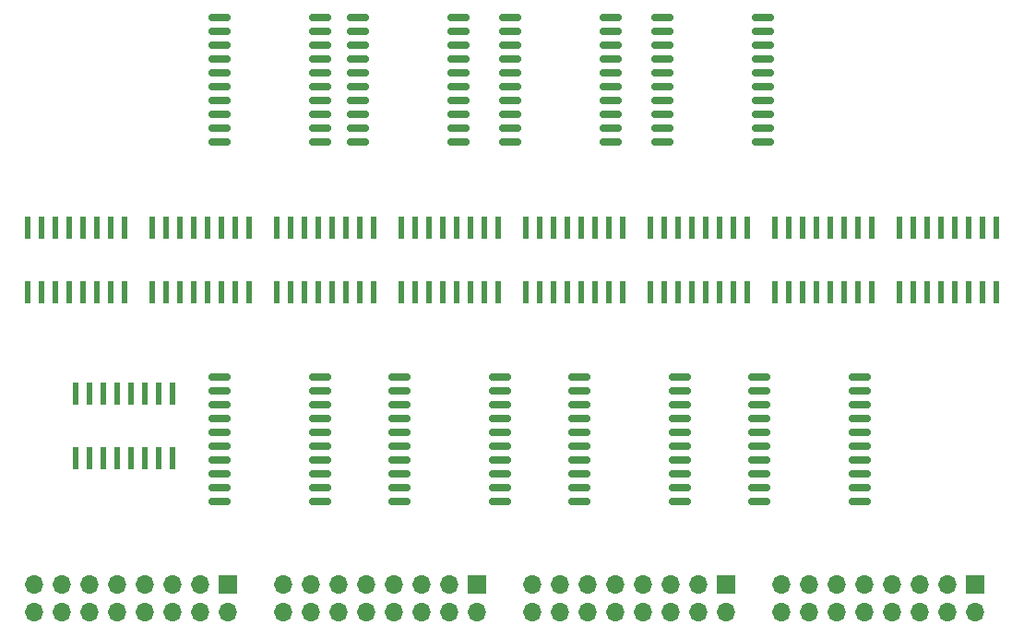
<source format=gbr>
%TF.GenerationSoftware,KiCad,Pcbnew,6.0.6-3a73a75311~116~ubuntu20.04.1*%
%TF.CreationDate,2022-06-25T17:28:11-07:00*%
%TF.ProjectId,RegisterFile,52656769-7374-4657-9246-696c652e6b69,rev?*%
%TF.SameCoordinates,Original*%
%TF.FileFunction,Soldermask,Top*%
%TF.FilePolarity,Negative*%
%FSLAX46Y46*%
G04 Gerber Fmt 4.6, Leading zero omitted, Abs format (unit mm)*
G04 Created by KiCad (PCBNEW 6.0.6-3a73a75311~116~ubuntu20.04.1) date 2022-06-25 17:28:11*
%MOMM*%
%LPD*%
G01*
G04 APERTURE LIST*
G04 Aperture macros list*
%AMRoundRect*
0 Rectangle with rounded corners*
0 $1 Rounding radius*
0 $2 $3 $4 $5 $6 $7 $8 $9 X,Y pos of 4 corners*
0 Add a 4 corners polygon primitive as box body*
4,1,4,$2,$3,$4,$5,$6,$7,$8,$9,$2,$3,0*
0 Add four circle primitives for the rounded corners*
1,1,$1+$1,$2,$3*
1,1,$1+$1,$4,$5*
1,1,$1+$1,$6,$7*
1,1,$1+$1,$8,$9*
0 Add four rect primitives between the rounded corners*
20,1,$1+$1,$2,$3,$4,$5,0*
20,1,$1+$1,$4,$5,$6,$7,0*
20,1,$1+$1,$6,$7,$8,$9,0*
20,1,$1+$1,$8,$9,$2,$3,0*%
G04 Aperture macros list end*
%ADD10R,1.700000X1.700000*%
%ADD11O,1.700000X1.700000*%
%ADD12RoundRect,0.150000X-0.875000X-0.150000X0.875000X-0.150000X0.875000X0.150000X-0.875000X0.150000X0*%
%ADD13R,0.600000X2.000000*%
G04 APERTURE END LIST*
D10*
%TO.C,J4*%
X140970000Y-121285000D03*
D11*
X140970000Y-123825000D03*
X138430000Y-121285000D03*
X138430000Y-123825000D03*
X135890000Y-121285000D03*
X135890000Y-123825000D03*
X133350000Y-121285000D03*
X133350000Y-123825000D03*
X130810000Y-121285000D03*
X130810000Y-123825000D03*
X128270000Y-121285000D03*
X128270000Y-123825000D03*
X125730000Y-121285000D03*
X125730000Y-123825000D03*
X123190000Y-121285000D03*
X123190000Y-123825000D03*
%TD*%
%TO.C,J3*%
X146050000Y-123825000D03*
X146050000Y-121285000D03*
X148590000Y-123825000D03*
X148590000Y-121285000D03*
X151130000Y-123825000D03*
X151130000Y-121285000D03*
X153670000Y-123825000D03*
X153670000Y-121285000D03*
X156210000Y-123825000D03*
X156210000Y-121285000D03*
X158750000Y-123825000D03*
X158750000Y-121285000D03*
X161290000Y-123825000D03*
X161290000Y-121285000D03*
X163830000Y-123825000D03*
D10*
X163830000Y-121285000D03*
%TD*%
%TO.C,J2*%
X186690000Y-121285000D03*
D11*
X186690000Y-123825000D03*
X184150000Y-121285000D03*
X184150000Y-123825000D03*
X181610000Y-121285000D03*
X181610000Y-123825000D03*
X179070000Y-121285000D03*
X179070000Y-123825000D03*
X176530000Y-121285000D03*
X176530000Y-123825000D03*
X173990000Y-121285000D03*
X173990000Y-123825000D03*
X171450000Y-121285000D03*
X171450000Y-123825000D03*
X168910000Y-121285000D03*
X168910000Y-123825000D03*
%TD*%
D10*
%TO.C,J1*%
X118110000Y-121285000D03*
D11*
X118110000Y-123825000D03*
X115570000Y-121285000D03*
X115570000Y-123825000D03*
X113030000Y-121285000D03*
X113030000Y-123825000D03*
X110490000Y-121285000D03*
X110490000Y-123825000D03*
X107950000Y-121285000D03*
X107950000Y-123825000D03*
X105410000Y-121285000D03*
X105410000Y-123825000D03*
X102870000Y-121285000D03*
X102870000Y-123825000D03*
X100330000Y-121285000D03*
X100330000Y-123825000D03*
%TD*%
D12*
%TO.C,UR7*%
X157910000Y-69215000D03*
X157910000Y-70485000D03*
X157910000Y-71755000D03*
X157910000Y-73025000D03*
X157910000Y-74295000D03*
X157910000Y-75565000D03*
X157910000Y-76835000D03*
X157910000Y-78105000D03*
X157910000Y-79375000D03*
X157910000Y-80645000D03*
X167210000Y-80645000D03*
X167210000Y-79375000D03*
X167210000Y-78105000D03*
X167210000Y-76835000D03*
X167210000Y-75565000D03*
X167210000Y-74295000D03*
X167210000Y-73025000D03*
X167210000Y-71755000D03*
X167210000Y-70485000D03*
X167210000Y-69215000D03*
%TD*%
D13*
%TO.C,UM7*%
X179705000Y-94390000D03*
X180975000Y-94390000D03*
X182245000Y-94390000D03*
X183515000Y-94390000D03*
X184785000Y-94390000D03*
X186055000Y-94390000D03*
X187325000Y-94390000D03*
X188595000Y-94390000D03*
X188595000Y-88490000D03*
X187325000Y-88490000D03*
X186055000Y-88490000D03*
X184785000Y-88490000D03*
X183515000Y-88490000D03*
X182245000Y-88490000D03*
X180975000Y-88490000D03*
X179705000Y-88490000D03*
%TD*%
%TO.C,UM2*%
X122555000Y-94390000D03*
X123825000Y-94390000D03*
X125095000Y-94390000D03*
X126365000Y-94390000D03*
X127635000Y-94390000D03*
X128905000Y-94390000D03*
X130175000Y-94390000D03*
X131445000Y-94390000D03*
X131445000Y-88490000D03*
X130175000Y-88490000D03*
X128905000Y-88490000D03*
X127635000Y-88490000D03*
X126365000Y-88490000D03*
X125095000Y-88490000D03*
X123825000Y-88490000D03*
X122555000Y-88490000D03*
%TD*%
D12*
%TO.C,UR0*%
X166800000Y-102235000D03*
X166800000Y-103505000D03*
X166800000Y-104775000D03*
X166800000Y-106045000D03*
X166800000Y-107315000D03*
X166800000Y-108585000D03*
X166800000Y-109855000D03*
X166800000Y-111125000D03*
X166800000Y-112395000D03*
X166800000Y-113665000D03*
X176100000Y-113665000D03*
X176100000Y-112395000D03*
X176100000Y-111125000D03*
X176100000Y-109855000D03*
X176100000Y-108585000D03*
X176100000Y-107315000D03*
X176100000Y-106045000D03*
X176100000Y-104775000D03*
X176100000Y-103505000D03*
X176100000Y-102235000D03*
%TD*%
D13*
%TO.C,UM1*%
X111125000Y-94390000D03*
X112395000Y-94390000D03*
X113665000Y-94390000D03*
X114935000Y-94390000D03*
X116205000Y-94390000D03*
X117475000Y-94390000D03*
X118745000Y-94390000D03*
X120015000Y-94390000D03*
X120015000Y-88490000D03*
X118745000Y-88490000D03*
X117475000Y-88490000D03*
X116205000Y-88490000D03*
X114935000Y-88490000D03*
X113665000Y-88490000D03*
X112395000Y-88490000D03*
X111125000Y-88490000D03*
%TD*%
D12*
%TO.C,UR3*%
X117270000Y-102235000D03*
X117270000Y-103505000D03*
X117270000Y-104775000D03*
X117270000Y-106045000D03*
X117270000Y-107315000D03*
X117270000Y-108585000D03*
X117270000Y-109855000D03*
X117270000Y-111125000D03*
X117270000Y-112395000D03*
X117270000Y-113665000D03*
X126570000Y-113665000D03*
X126570000Y-112395000D03*
X126570000Y-111125000D03*
X126570000Y-109855000D03*
X126570000Y-108585000D03*
X126570000Y-107315000D03*
X126570000Y-106045000D03*
X126570000Y-104775000D03*
X126570000Y-103505000D03*
X126570000Y-102235000D03*
%TD*%
D13*
%TO.C,UM6*%
X168275000Y-94390000D03*
X169545000Y-94390000D03*
X170815000Y-94390000D03*
X172085000Y-94390000D03*
X173355000Y-94390000D03*
X174625000Y-94390000D03*
X175895000Y-94390000D03*
X177165000Y-94390000D03*
X177165000Y-88490000D03*
X175895000Y-88490000D03*
X174625000Y-88490000D03*
X173355000Y-88490000D03*
X172085000Y-88490000D03*
X170815000Y-88490000D03*
X169545000Y-88490000D03*
X168275000Y-88490000D03*
%TD*%
D12*
%TO.C,UR2*%
X133780000Y-102235000D03*
X133780000Y-103505000D03*
X133780000Y-104775000D03*
X133780000Y-106045000D03*
X133780000Y-107315000D03*
X133780000Y-108585000D03*
X133780000Y-109855000D03*
X133780000Y-111125000D03*
X133780000Y-112395000D03*
X133780000Y-113665000D03*
X143080000Y-113665000D03*
X143080000Y-112395000D03*
X143080000Y-111125000D03*
X143080000Y-109855000D03*
X143080000Y-108585000D03*
X143080000Y-107315000D03*
X143080000Y-106045000D03*
X143080000Y-104775000D03*
X143080000Y-103505000D03*
X143080000Y-102235000D03*
%TD*%
%TO.C,UR6*%
X143940000Y-69215000D03*
X143940000Y-70485000D03*
X143940000Y-71755000D03*
X143940000Y-73025000D03*
X143940000Y-74295000D03*
X143940000Y-75565000D03*
X143940000Y-76835000D03*
X143940000Y-78105000D03*
X143940000Y-79375000D03*
X143940000Y-80645000D03*
X153240000Y-80645000D03*
X153240000Y-79375000D03*
X153240000Y-78105000D03*
X153240000Y-76835000D03*
X153240000Y-75565000D03*
X153240000Y-74295000D03*
X153240000Y-73025000D03*
X153240000Y-71755000D03*
X153240000Y-70485000D03*
X153240000Y-69215000D03*
%TD*%
D13*
%TO.C,U1*%
X104140000Y-109630000D03*
X105410000Y-109630000D03*
X106680000Y-109630000D03*
X107950000Y-109630000D03*
X109220000Y-109630000D03*
X110490000Y-109630000D03*
X111760000Y-109630000D03*
X113030000Y-109630000D03*
X113030000Y-103730000D03*
X111760000Y-103730000D03*
X110490000Y-103730000D03*
X109220000Y-103730000D03*
X107950000Y-103730000D03*
X106680000Y-103730000D03*
X105410000Y-103730000D03*
X104140000Y-103730000D03*
%TD*%
D12*
%TO.C,UR1*%
X150290000Y-102235000D03*
X150290000Y-103505000D03*
X150290000Y-104775000D03*
X150290000Y-106045000D03*
X150290000Y-107315000D03*
X150290000Y-108585000D03*
X150290000Y-109855000D03*
X150290000Y-111125000D03*
X150290000Y-112395000D03*
X150290000Y-113665000D03*
X159590000Y-113665000D03*
X159590000Y-112395000D03*
X159590000Y-111125000D03*
X159590000Y-109855000D03*
X159590000Y-108585000D03*
X159590000Y-107315000D03*
X159590000Y-106045000D03*
X159590000Y-104775000D03*
X159590000Y-103505000D03*
X159590000Y-102235000D03*
%TD*%
%TO.C,UR4*%
X117270000Y-69215000D03*
X117270000Y-70485000D03*
X117270000Y-71755000D03*
X117270000Y-73025000D03*
X117270000Y-74295000D03*
X117270000Y-75565000D03*
X117270000Y-76835000D03*
X117270000Y-78105000D03*
X117270000Y-79375000D03*
X117270000Y-80645000D03*
X126570000Y-80645000D03*
X126570000Y-79375000D03*
X126570000Y-78105000D03*
X126570000Y-76835000D03*
X126570000Y-75565000D03*
X126570000Y-74295000D03*
X126570000Y-73025000D03*
X126570000Y-71755000D03*
X126570000Y-70485000D03*
X126570000Y-69215000D03*
%TD*%
D13*
%TO.C,UM5*%
X156845000Y-94390000D03*
X158115000Y-94390000D03*
X159385000Y-94390000D03*
X160655000Y-94390000D03*
X161925000Y-94390000D03*
X163195000Y-94390000D03*
X164465000Y-94390000D03*
X165735000Y-94390000D03*
X165735000Y-88490000D03*
X164465000Y-88490000D03*
X163195000Y-88490000D03*
X161925000Y-88490000D03*
X160655000Y-88490000D03*
X159385000Y-88490000D03*
X158115000Y-88490000D03*
X156845000Y-88490000D03*
%TD*%
%TO.C,UM3*%
X133985000Y-94390000D03*
X135255000Y-94390000D03*
X136525000Y-94390000D03*
X137795000Y-94390000D03*
X139065000Y-94390000D03*
X140335000Y-94390000D03*
X141605000Y-94390000D03*
X142875000Y-94390000D03*
X142875000Y-88490000D03*
X141605000Y-88490000D03*
X140335000Y-88490000D03*
X139065000Y-88490000D03*
X137795000Y-88490000D03*
X136525000Y-88490000D03*
X135255000Y-88490000D03*
X133985000Y-88490000D03*
%TD*%
%TO.C,UM4*%
X145415000Y-94390000D03*
X146685000Y-94390000D03*
X147955000Y-94390000D03*
X149225000Y-94390000D03*
X150495000Y-94390000D03*
X151765000Y-94390000D03*
X153035000Y-94390000D03*
X154305000Y-94390000D03*
X154305000Y-88490000D03*
X153035000Y-88490000D03*
X151765000Y-88490000D03*
X150495000Y-88490000D03*
X149225000Y-88490000D03*
X147955000Y-88490000D03*
X146685000Y-88490000D03*
X145415000Y-88490000D03*
%TD*%
%TO.C,UM0*%
X99695000Y-94390000D03*
X100965000Y-94390000D03*
X102235000Y-94390000D03*
X103505000Y-94390000D03*
X104775000Y-94390000D03*
X106045000Y-94390000D03*
X107315000Y-94390000D03*
X108585000Y-94390000D03*
X108585000Y-88490000D03*
X107315000Y-88490000D03*
X106045000Y-88490000D03*
X104775000Y-88490000D03*
X103505000Y-88490000D03*
X102235000Y-88490000D03*
X100965000Y-88490000D03*
X99695000Y-88490000D03*
%TD*%
D12*
%TO.C,UR5*%
X129970000Y-69215000D03*
X129970000Y-70485000D03*
X129970000Y-71755000D03*
X129970000Y-73025000D03*
X129970000Y-74295000D03*
X129970000Y-75565000D03*
X129970000Y-76835000D03*
X129970000Y-78105000D03*
X129970000Y-79375000D03*
X129970000Y-80645000D03*
X139270000Y-80645000D03*
X139270000Y-79375000D03*
X139270000Y-78105000D03*
X139270000Y-76835000D03*
X139270000Y-75565000D03*
X139270000Y-74295000D03*
X139270000Y-73025000D03*
X139270000Y-71755000D03*
X139270000Y-70485000D03*
X139270000Y-69215000D03*
%TD*%
M02*

</source>
